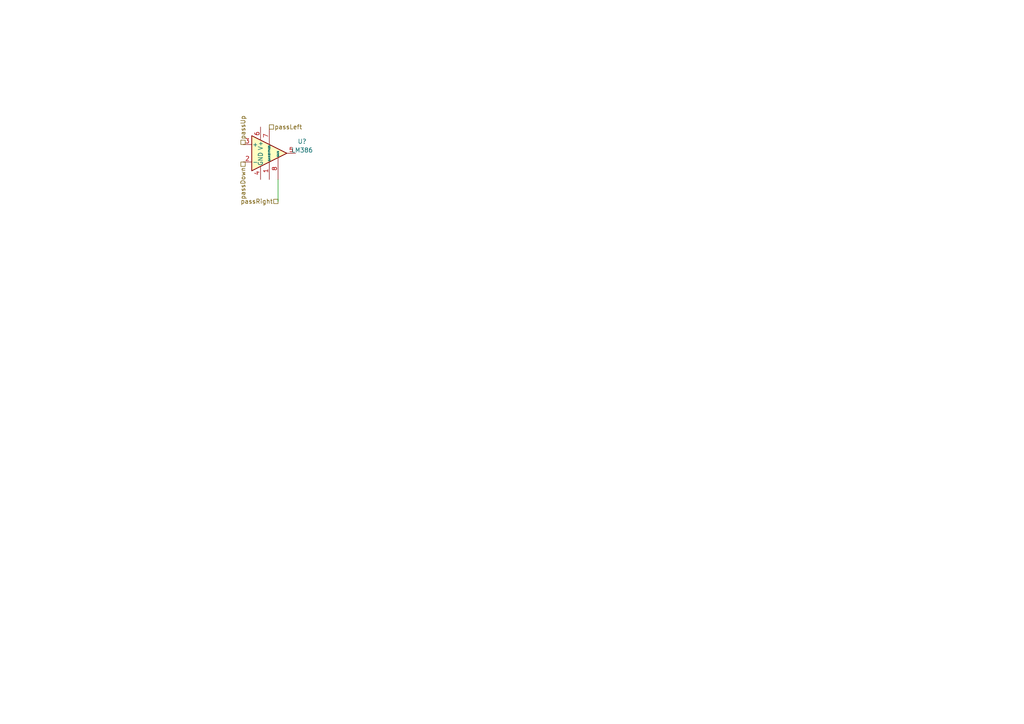
<source format=kicad_sch>
(kicad_sch (version 20230121) (generator eeschema)
  (paper "A4")
  (lib_symbols
    (symbol "Amplifier_Audio:LM386" (pin_names (offset 0.127))
      (property "Reference" "U" (at 1.27 7.62 0))
      (property "Value" "LM386" (at 1.27 5.08 0))
      (symbol "LM386_0_1"
        (polyline (pts (xy 5.08 0) (xy -5.08 5.08) (xy -5.08 -5.08) (xy 5.08 0)) (stroke (width 0.254)) (fill (type background)))
      )
      (symbol "LM386_1_1"
        (pin input line (at 0 -7.62 90) (length 5.08) (name "GAIN") (number "1"))
        (pin input line (at -7.62 -2.54 0) (length 2.54) (name "-") (number "2"))
        (pin input line (at -7.62 2.54 0) (length 2.54) (name "+") (number "3"))
        (pin power_in line (at -2.54 -7.62 90) (length 3.81) (name "GND") (number "4"))
        (pin output line (at 7.62 0 180) (length 2.54) (name "~") (number "5"))
        (pin power_in line (at -2.54 7.62 270) (length 3.81) (name "V+") (number "6"))
        (pin input line (at 0 7.62 270) (length 5.08) (name "BYPASS") (number "7"))
        (pin input line (at 2.54 -7.62 90) (length 6.35) (name "GAIN") (number "8"))
      )
    )
  )
  (wire (pts (xy 80.645 52.07) (xy 80.645 58.42)))
  (hierarchical_label "passLeft" (shape passive) (at 78.105 36.83 0))
  (hierarchical_label "passUp" (shape passive) (at 70.485 41.91 90))
  (hierarchical_label "passRight" (shape passive) (at 80.645 58.42 180))
  (hierarchical_label "passDown" (shape passive) (at 70.485 46.99 270))
  (symbol (lib_id "Amplifier_Audio:LM386") (at 78.105 44.45 0) (unit 1)
    (property "Reference" "U?" (at 87.63 41.0211 0))
    (property "Value" "LM386" (at 87.63 43.5611 0))
    (property "Datasheet" "http://www.ti.com/lit/ds/symlink/lm386.pdf" (effects hide))
  )
)
</source>
